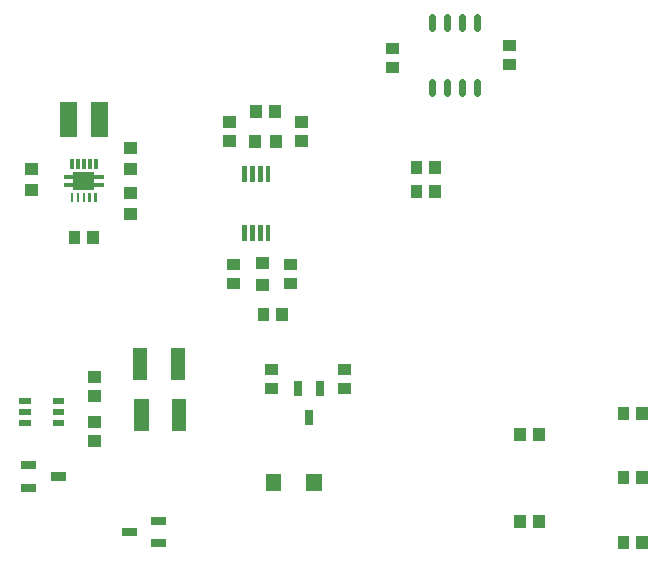
<source format=gbp>
G04 Layer: BottomPasteMaskLayer*
G04 EasyEDA v6.3.39, 2020-04-29T00:00:54+01:00*
G04 38e1d9d995c248c0af5722392e401878,0b17d191cf8f41b9921c3230ced7432e,10*
G04 Gerber Generator version 0.2*
G04 Scale: 100 percent, Rotated: No, Reflected: No *
G04 Dimensions in millimeters *
G04 leading zeros omitted , absolute positions ,3 integer and 3 decimal *
%FSLAX33Y33*%
%MOMM*%
G90*
G71D02*

%ADD29C,0.599999*%

%LPD*%
G54D29*
G01X37452Y45889D02*
G01X37452Y46809D01*
G01X38722Y45889D02*
G01X38722Y46809D01*
G01X39992Y45889D02*
G01X39992Y46809D01*
G01X41262Y45889D02*
G01X41262Y46809D01*
G01X37452Y40409D02*
G01X37452Y41329D01*
G01X38722Y40409D02*
G01X38722Y41329D01*
G01X39992Y40409D02*
G01X39992Y41329D01*
G01X41262Y40409D02*
G01X41262Y41329D01*
G36*
G01X23690Y22188D02*
G01X22690Y22188D01*
G01X22690Y21088D01*
G01X23690Y21088D01*
G01X23690Y22188D01*
G37*
G36*
G01X25290Y22188D02*
G01X24290Y22188D01*
G01X24290Y21088D01*
G01X25290Y21088D01*
G01X25290Y22188D01*
G37*
G36*
G01X5183Y8272D02*
G01X5183Y7572D01*
G01X6433Y7572D01*
G01X6433Y8272D01*
G01X5183Y8272D01*
G37*
G36*
G01X2684Y9222D02*
G01X2684Y8522D01*
G01X3934Y8522D01*
G01X3934Y9222D01*
G01X2684Y9222D01*
G37*
G36*
G01X2684Y7322D02*
G01X2684Y6622D01*
G01X3934Y6622D01*
G01X3934Y7322D01*
G01X2684Y7322D01*
G37*
G36*
G01X7688Y28665D02*
G01X6688Y28665D01*
G01X6688Y27565D01*
G01X7688Y27565D01*
G01X7688Y28665D01*
G37*
G36*
G01X9288Y28665D02*
G01X8288Y28665D01*
G01X8288Y27565D01*
G01X9288Y27565D01*
G01X9288Y28665D01*
G37*
G36*
G01X29536Y15877D02*
G01X29536Y14877D01*
G01X30636Y14877D01*
G01X30636Y15877D01*
G01X29536Y15877D01*
G37*
G36*
G01X29536Y17477D02*
G01X29536Y16477D01*
G01X30636Y16477D01*
G01X30636Y17477D01*
G01X29536Y17477D01*
G37*
G36*
G01X46007Y10925D02*
G01X47007Y10925D01*
G01X47007Y12025D01*
G01X46007Y12025D01*
G01X46007Y10925D01*
G37*
G36*
G01X44407Y10925D02*
G01X45407Y10925D01*
G01X45407Y12025D01*
G01X44407Y12025D01*
G01X44407Y10925D01*
G37*
G36*
G01X8327Y11432D02*
G01X8327Y10432D01*
G01X9427Y10432D01*
G01X9427Y11432D01*
G01X8327Y11432D01*
G37*
G36*
G01X8327Y13032D02*
G01X8327Y12032D01*
G01X9427Y12032D01*
G01X9427Y13032D01*
G01X8327Y13032D01*
G37*
G36*
G01X36644Y32602D02*
G01X35644Y32602D01*
G01X35644Y31502D01*
G01X36644Y31502D01*
G01X36644Y32602D01*
G37*
G36*
G01X38244Y32602D02*
G01X37244Y32602D01*
G01X37244Y31502D01*
G01X38244Y31502D01*
G01X38244Y32602D01*
G37*
G36*
G01X36644Y34634D02*
G01X35644Y34634D01*
G01X35644Y33534D01*
G01X36644Y33534D01*
G01X36644Y34634D01*
G37*
G36*
G01X38244Y34634D02*
G01X37244Y34634D01*
G01X37244Y33534D01*
G01X38244Y33534D01*
G01X38244Y34634D01*
G37*
G36*
G01X46007Y3559D02*
G01X47007Y3559D01*
G01X47007Y4659D01*
G01X46007Y4659D01*
G01X46007Y3559D01*
G37*
G36*
G01X44407Y3559D02*
G01X45407Y3559D01*
G01X45407Y4659D01*
G01X44407Y4659D01*
G01X44407Y3559D01*
G37*
G36*
G01X13338Y18797D02*
G01X12138Y18797D01*
G01X12138Y16097D01*
G01X13338Y16097D01*
G01X13338Y18797D01*
G37*
G36*
G01X16538Y18797D02*
G01X15338Y18797D01*
G01X15338Y16097D01*
G01X16538Y16097D01*
G01X16538Y18797D01*
G37*
G36*
G01X26818Y6664D02*
G01X28118Y6664D01*
G01X28118Y8164D01*
G01X26818Y8164D01*
G01X26818Y6664D01*
G37*
G36*
G01X23418Y6664D02*
G01X24718Y6664D01*
G01X24718Y8164D01*
G01X23418Y8164D01*
G01X23418Y6664D01*
G37*
G36*
G01X23313Y15877D02*
G01X23313Y14877D01*
G01X24413Y14877D01*
G01X24413Y15877D01*
G01X23313Y15877D01*
G37*
G36*
G01X23313Y17477D02*
G01X23313Y16477D01*
G01X24413Y16477D01*
G01X24413Y17477D01*
G01X23313Y17477D01*
G37*
G36*
G01X54170Y2884D02*
G01X53170Y2884D01*
G01X53170Y1784D01*
G01X54170Y1784D01*
G01X54170Y2884D01*
G37*
G36*
G01X55770Y2884D02*
G01X54770Y2884D01*
G01X54770Y1784D01*
G01X55770Y1784D01*
G01X55770Y2884D01*
G37*
G36*
G01X54170Y8345D02*
G01X53170Y8345D01*
G01X53170Y7245D01*
G01X54170Y7245D01*
G01X54170Y8345D01*
G37*
G36*
G01X55770Y8345D02*
G01X54770Y8345D01*
G01X54770Y7245D01*
G01X55770Y7245D01*
G01X55770Y8345D01*
G37*
G36*
G01X54170Y13806D02*
G01X53170Y13806D01*
G01X53170Y12706D01*
G01X54170Y12706D01*
G01X54170Y13806D01*
G37*
G36*
G01X55770Y13806D02*
G01X54770Y13806D01*
G01X54770Y12706D01*
G01X55770Y12706D01*
G01X55770Y13806D01*
G37*
G36*
G01X15465Y11779D02*
G01X16665Y11779D01*
G01X16665Y14479D01*
G01X15465Y14479D01*
G01X15465Y11779D01*
G37*
G36*
G01X12265Y11779D02*
G01X13465Y11779D01*
G01X13465Y14479D01*
G01X12265Y14479D01*
G01X12265Y11779D01*
G37*
G36*
G01X6818Y33916D02*
G01X7158Y33916D01*
G01X7158Y34766D01*
G01X6818Y34766D01*
G01X6818Y33916D01*
G37*
G36*
G01X7318Y33916D02*
G01X7658Y33916D01*
G01X7658Y34766D01*
G01X7318Y34766D01*
G01X7318Y33916D01*
G37*
G36*
G01X7818Y33916D02*
G01X8158Y33916D01*
G01X8158Y34766D01*
G01X7818Y34766D01*
G01X7818Y33916D01*
G37*
G36*
G01X8318Y33916D02*
G01X8658Y33916D01*
G01X8658Y34766D01*
G01X8318Y34766D01*
G01X8318Y33916D01*
G37*
G36*
G01X9158Y34766D02*
G01X8818Y34766D01*
G01X8818Y33916D01*
G01X9158Y33916D01*
G01X9158Y34766D01*
G37*
G36*
G01X9103Y31941D02*
G01X8873Y31941D01*
G01X8873Y31141D01*
G01X9103Y31141D01*
G01X9103Y31941D01*
G37*
G36*
G01X8603Y31941D02*
G01X8373Y31941D01*
G01X8373Y31141D01*
G01X8603Y31141D01*
G01X8603Y31941D01*
G37*
G36*
G01X8103Y31941D02*
G01X7873Y31941D01*
G01X7873Y31141D01*
G01X8103Y31141D01*
G01X8103Y31941D01*
G37*
G36*
G01X7098Y33701D02*
G01X7098Y33411D01*
G01X6278Y33411D01*
G01X6278Y33121D01*
G01X7108Y33121D01*
G01X7108Y32761D01*
G01X6278Y32761D01*
G01X6278Y32471D01*
G01X7108Y32471D01*
G01X7108Y32181D01*
G01X8878Y32181D01*
G01X8878Y32471D01*
G01X9698Y32471D01*
G01X9698Y32761D01*
G01X8878Y32761D01*
G01X8878Y33121D01*
G01X9698Y33121D01*
G01X9698Y33411D01*
G01X8878Y33411D01*
G01X8878Y33701D01*
G01X7098Y33701D01*
G01X7098Y33701D01*
G37*
G36*
G01X6873Y31141D02*
G01X7103Y31141D01*
G01X7103Y31941D01*
G01X6873Y31941D01*
G01X6873Y31141D01*
G37*
G36*
G01X7373Y31141D02*
G01X7603Y31141D01*
G01X7603Y31941D01*
G01X7373Y31941D01*
G01X7373Y31141D01*
G37*
G36*
G01X7388Y39648D02*
G01X5988Y39648D01*
G01X5988Y36648D01*
G01X7388Y36648D01*
G01X7388Y39648D01*
G37*
G36*
G01X9988Y39648D02*
G01X8588Y39648D01*
G01X8588Y36648D01*
G01X9988Y36648D01*
G01X9988Y39648D01*
G37*
G36*
G01X23771Y27835D02*
G01X23771Y29232D01*
G01X23365Y29232D01*
G01X23365Y27835D01*
G01X23771Y27835D01*
G37*
G36*
G01X23121Y27835D02*
G01X23121Y29232D01*
G01X22715Y29232D01*
G01X22715Y27835D01*
G01X23121Y27835D01*
G37*
G36*
G01X22471Y27835D02*
G01X22471Y29232D01*
G01X22065Y29232D01*
G01X22065Y27835D01*
G01X22471Y27835D01*
G37*
G36*
G01X21821Y27835D02*
G01X21821Y29232D01*
G01X21415Y29232D01*
G01X21415Y27835D01*
G01X21821Y27835D01*
G37*
G36*
G01X21821Y32839D02*
G01X21821Y34236D01*
G01X21415Y34236D01*
G01X21415Y32839D01*
G01X21821Y32839D01*
G37*
G36*
G01X22471Y32839D02*
G01X22471Y34236D01*
G01X22065Y34236D01*
G01X22065Y32839D01*
G01X22471Y32839D01*
G37*
G36*
G01X23121Y32839D02*
G01X23121Y34236D01*
G01X22715Y34236D01*
G01X22715Y32839D01*
G01X23121Y32839D01*
G37*
G36*
G01X23771Y32839D02*
G01X23771Y34236D01*
G01X23365Y34236D01*
G01X23365Y32839D01*
G01X23771Y32839D01*
G37*
G36*
G01X6332Y12708D02*
G01X5332Y12708D01*
G01X5332Y12158D01*
G01X6332Y12158D01*
G01X6332Y12708D01*
G37*
G36*
G01X6332Y13658D02*
G01X5332Y13658D01*
G01X5332Y13108D01*
G01X6332Y13108D01*
G01X6332Y13658D01*
G37*
G36*
G01X6332Y14608D02*
G01X5332Y14608D01*
G01X5332Y14058D01*
G01X6332Y14058D01*
G01X6332Y14608D01*
G37*
G36*
G01X3532Y14608D02*
G01X2532Y14608D01*
G01X2532Y14058D01*
G01X3532Y14058D01*
G01X3532Y14608D01*
G37*
G36*
G01X3532Y13658D02*
G01X2532Y13658D01*
G01X2532Y13108D01*
G01X3532Y13108D01*
G01X3532Y13658D01*
G37*
G36*
G01X3532Y12708D02*
G01X2532Y12708D01*
G01X2532Y12158D01*
G01X3532Y12158D01*
G01X3532Y12708D01*
G37*
G36*
G01X8327Y15242D02*
G01X8327Y14242D01*
G01X9427Y14242D01*
G01X9427Y15242D01*
G01X8327Y15242D01*
G37*
G36*
G01X8327Y16842D02*
G01X8327Y15842D01*
G01X9427Y15842D01*
G01X9427Y16842D01*
G01X8327Y16842D01*
G37*
G36*
G01X21238Y25367D02*
G01X21238Y26367D01*
G01X20138Y26367D01*
G01X20138Y25367D01*
G01X21238Y25367D01*
G37*
G36*
G01X21238Y23767D02*
G01X21238Y24767D01*
G01X20138Y24767D01*
G01X20138Y23767D01*
G01X21238Y23767D01*
G37*
G36*
G01X24964Y24767D02*
G01X24964Y23767D01*
G01X26064Y23767D01*
G01X26064Y24767D01*
G01X24964Y24767D01*
G37*
G36*
G01X24964Y26367D02*
G01X24964Y25367D01*
G01X26064Y25367D01*
G01X26064Y26367D01*
G01X24964Y26367D01*
G37*
G36*
G01X27388Y13520D02*
G01X26688Y13520D01*
G01X26688Y12270D01*
G01X27388Y12270D01*
G01X27388Y13520D01*
G37*
G36*
G01X28338Y16019D02*
G01X27638Y16019D01*
G01X27638Y14769D01*
G01X28338Y14769D01*
G01X28338Y16019D01*
G37*
G36*
G01X26438Y16019D02*
G01X25738Y16019D01*
G01X25738Y14769D01*
G01X26438Y14769D01*
G01X26438Y16019D01*
G37*
G36*
G01X12443Y2873D02*
G01X12443Y3573D01*
G01X11193Y3573D01*
G01X11193Y2873D01*
G01X12443Y2873D01*
G37*
G36*
G01X14942Y1923D02*
G01X14942Y2623D01*
G01X13692Y2623D01*
G01X13692Y1923D01*
G01X14942Y1923D01*
G37*
G36*
G01X14942Y3823D02*
G01X14942Y4523D01*
G01X13692Y4523D01*
G01X13692Y3823D01*
G01X14942Y3823D01*
G37*
G36*
G01X23655Y38233D02*
G01X24655Y38233D01*
G01X24655Y39333D01*
G01X23655Y39333D01*
G01X23655Y38233D01*
G37*
G36*
G01X22055Y38233D02*
G01X23055Y38233D01*
G01X23055Y39333D01*
G01X22055Y39333D01*
G01X22055Y38233D01*
G37*
G36*
G01X11375Y32436D02*
G01X11375Y31436D01*
G01X12475Y31436D01*
G01X12475Y32436D01*
G01X11375Y32436D01*
G37*
G36*
G01X11375Y30636D02*
G01X11375Y29636D01*
G01X12475Y29636D01*
G01X12475Y30636D01*
G01X11375Y30636D01*
G37*
G36*
G01X12475Y33446D02*
G01X12475Y34446D01*
G01X11375Y34446D01*
G01X11375Y33446D01*
G01X12475Y33446D01*
G37*
G36*
G01X12475Y35246D02*
G01X12475Y36246D01*
G01X11375Y36246D01*
G01X11375Y35246D01*
G01X12475Y35246D01*
G37*
G36*
G01X4093Y31668D02*
G01X4093Y32668D01*
G01X2993Y32668D01*
G01X2993Y31668D01*
G01X4093Y31668D01*
G37*
G36*
G01X4093Y33468D02*
G01X4093Y34468D01*
G01X2993Y34468D01*
G01X2993Y33468D01*
G01X4093Y33468D01*
G37*
G36*
G01X22551Y26467D02*
G01X22551Y25467D01*
G01X23651Y25467D01*
G01X23651Y26467D01*
G01X22551Y26467D01*
G37*
G36*
G01X22551Y24667D02*
G01X22551Y23667D01*
G01X23651Y23667D01*
G01X23651Y24667D01*
G01X22551Y24667D01*
G37*
G36*
G01X24755Y36793D02*
G01X23755Y36793D01*
G01X23755Y35693D01*
G01X24755Y35693D01*
G01X24755Y36793D01*
G37*
G36*
G01X22955Y36793D02*
G01X21955Y36793D01*
G01X21955Y35693D01*
G01X22955Y35693D01*
G01X22955Y36793D01*
G37*
G36*
G01X26953Y37432D02*
G01X26953Y38432D01*
G01X25853Y38432D01*
G01X25853Y37432D01*
G01X26953Y37432D01*
G37*
G36*
G01X26953Y35832D02*
G01X26953Y36832D01*
G01X25853Y36832D01*
G01X25853Y35832D01*
G01X26953Y35832D01*
G37*
G36*
G01X19757Y36832D02*
G01X19757Y35832D01*
G01X20857Y35832D01*
G01X20857Y36832D01*
G01X19757Y36832D01*
G37*
G36*
G01X19757Y38432D02*
G01X19757Y37432D01*
G01X20857Y37432D01*
G01X20857Y38432D01*
G01X19757Y38432D01*
G37*
G36*
G01X34700Y43655D02*
G01X34700Y44655D01*
G01X33600Y44655D01*
G01X33600Y43655D01*
G01X34700Y43655D01*
G37*
G36*
G01X34700Y42055D02*
G01X34700Y43055D01*
G01X33600Y43055D01*
G01X33600Y42055D01*
G01X34700Y42055D01*
G37*
G36*
G01X44606Y43909D02*
G01X44606Y44909D01*
G01X43506Y44909D01*
G01X43506Y43909D01*
G01X44606Y43909D01*
G37*
G36*
G01X44606Y42309D02*
G01X44606Y43309D01*
G01X43506Y43309D01*
G01X43506Y42309D01*
G01X44606Y42309D01*
G37*
M00*
M02*

</source>
